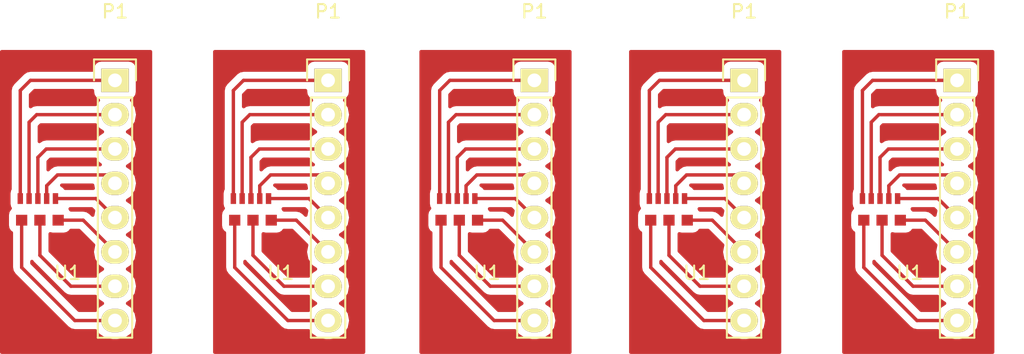
<source format=kicad_pcb>
(kicad_pcb (version 4) (host pcbnew 4.0.5)

  (general
    (links 72)
    (no_connects 32)
    (area 13 171.175 88.783334 197.500001)
    (thickness 1.6)
    (drawings 0)
    (tracks 115)
    (zones 0)
    (modules 10)
    (nets 9)
  )

  (page A4)
  (layers
    (0 F.Cu signal)
    (31 B.Cu signal)
    (32 B.Adhes user)
    (33 F.Adhes user)
    (34 B.Paste user)
    (35 F.Paste user)
    (36 B.SilkS user)
    (37 F.SilkS user)
    (38 B.Mask user)
    (39 F.Mask user)
    (40 Dwgs.User user)
    (41 Cmts.User user)
    (42 Eco1.User user)
    (43 Eco2.User user)
    (44 Edge.Cuts user)
    (45 Margin user)
    (46 B.CrtYd user)
    (47 F.CrtYd user)
    (48 B.Fab user)
    (49 F.Fab user)
  )

  (setup
    (last_trace_width 0.25)
    (trace_clearance 0.2)
    (zone_clearance 0.508)
    (zone_45_only no)
    (trace_min 0.2)
    (segment_width 0.2)
    (edge_width 0.15)
    (via_size 0.6)
    (via_drill 0.4)
    (via_min_size 0.4)
    (via_min_drill 0.3)
    (uvia_size 0.3)
    (uvia_drill 0.1)
    (uvias_allowed no)
    (uvia_min_size 0.2)
    (uvia_min_drill 0.1)
    (pcb_text_width 0.3)
    (pcb_text_size 1.5 1.5)
    (mod_edge_width 0.15)
    (mod_text_size 1 1)
    (mod_text_width 0.15)
    (pad_size 1.524 1.524)
    (pad_drill 0.762)
    (pad_to_mask_clearance 0.2)
    (aux_axis_origin 0 0)
    (visible_elements FFFFFF7F)
    (pcbplotparams
      (layerselection 0x00000_00000001)
      (usegerberextensions false)
      (excludeedgelayer true)
      (linewidth 0.100000)
      (plotframeref false)
      (viasonmask false)
      (mode 1)
      (useauxorigin false)
      (hpglpennumber 1)
      (hpglpenspeed 20)
      (hpglpendiameter 15)
      (hpglpenoverlay 2)
      (psnegative false)
      (psa4output false)
      (plotreference true)
      (plotvalue true)
      (plotinvisibletext false)
      (padsonsilk false)
      (subtractmaskfromsilk false)
      (outputformat 4)
      (mirror true)
      (drillshape 0)
      (scaleselection 1)
      (outputdirectory ""))
  )

  (net 0 "")
  (net 1 "Net-(P1-Pad1)")
  (net 2 "Net-(P1-Pad2)")
  (net 3 "Net-(P1-Pad3)")
  (net 4 "Net-(P1-Pad4)")
  (net 5 "Net-(P1-Pad5)")
  (net 6 "Net-(P1-Pad6)")
  (net 7 "Net-(P1-Pad7)")
  (net 8 "Net-(P1-Pad8)")

  (net_class Default "This is the default net class."
    (clearance 0.2)
    (trace_width 0.25)
    (via_dia 0.6)
    (via_drill 0.4)
    (uvia_dia 0.3)
    (uvia_drill 0.1)
    (add_net "Net-(P1-Pad1)")
    (add_net "Net-(P1-Pad2)")
    (add_net "Net-(P1-Pad3)")
    (add_net "Net-(P1-Pad4)")
    (add_net "Net-(P1-Pad5)")
    (add_net "Net-(P1-Pad6)")
    (add_net "Net-(P1-Pad7)")
    (add_net "Net-(P1-Pad8)")
  )

  (module Pin_Headers:Pin_Header_Straight_1x08 (layer F.Cu) (tedit 0) (tstamp 58AC1742)
    (at 83.75 177.25)
    (descr "Through hole pin header")
    (tags "pin header")
    (path /58AAA376)
    (fp_text reference P1 (at 0 -5.1) (layer F.SilkS)
      (effects (font (size 1 1) (thickness 0.15)))
    )
    (fp_text value CONN_01X08 (at 0 -3.1) (layer F.Fab)
      (effects (font (size 1 1) (thickness 0.15)))
    )
    (fp_line (start -1.75 -1.75) (end -1.75 19.55) (layer F.CrtYd) (width 0.05))
    (fp_line (start 1.75 -1.75) (end 1.75 19.55) (layer F.CrtYd) (width 0.05))
    (fp_line (start -1.75 -1.75) (end 1.75 -1.75) (layer F.CrtYd) (width 0.05))
    (fp_line (start -1.75 19.55) (end 1.75 19.55) (layer F.CrtYd) (width 0.05))
    (fp_line (start 1.27 1.27) (end 1.27 19.05) (layer F.SilkS) (width 0.15))
    (fp_line (start 1.27 19.05) (end -1.27 19.05) (layer F.SilkS) (width 0.15))
    (fp_line (start -1.27 19.05) (end -1.27 1.27) (layer F.SilkS) (width 0.15))
    (fp_line (start 1.55 -1.55) (end 1.55 0) (layer F.SilkS) (width 0.15))
    (fp_line (start 1.27 1.27) (end -1.27 1.27) (layer F.SilkS) (width 0.15))
    (fp_line (start -1.55 0) (end -1.55 -1.55) (layer F.SilkS) (width 0.15))
    (fp_line (start -1.55 -1.55) (end 1.55 -1.55) (layer F.SilkS) (width 0.15))
    (pad 1 thru_hole rect (at 0 0) (size 2.032 1.7272) (drill 1.016) (layers *.Cu *.Mask F.SilkS)
      (net 1 "Net-(P1-Pad1)"))
    (pad 2 thru_hole oval (at 0 2.54) (size 2.032 1.7272) (drill 1.016) (layers *.Cu *.Mask F.SilkS)
      (net 2 "Net-(P1-Pad2)"))
    (pad 3 thru_hole oval (at 0 5.08) (size 2.032 1.7272) (drill 1.016) (layers *.Cu *.Mask F.SilkS)
      (net 3 "Net-(P1-Pad3)"))
    (pad 4 thru_hole oval (at 0 7.62) (size 2.032 1.7272) (drill 1.016) (layers *.Cu *.Mask F.SilkS)
      (net 4 "Net-(P1-Pad4)"))
    (pad 5 thru_hole oval (at 0 10.16) (size 2.032 1.7272) (drill 1.016) (layers *.Cu *.Mask F.SilkS)
      (net 5 "Net-(P1-Pad5)"))
    (pad 6 thru_hole oval (at 0 12.7) (size 2.032 1.7272) (drill 1.016) (layers *.Cu *.Mask F.SilkS)
      (net 6 "Net-(P1-Pad6)"))
    (pad 7 thru_hole oval (at 0 15.24) (size 2.032 1.7272) (drill 1.016) (layers *.Cu *.Mask F.SilkS)
      (net 7 "Net-(P1-Pad7)"))
    (pad 8 thru_hole oval (at 0 17.78) (size 2.032 1.7272) (drill 1.016) (layers *.Cu *.Mask F.SilkS)
      (net 8 "Net-(P1-Pad8)"))
    (model Pin_Headers.3dshapes/Pin_Header_Straight_1x08.wrl
      (at (xyz 0 -0.35 0))
      (scale (xyz 1 1 1))
      (rotate (xyz 0 0 90))
    )
  )

  (module SensorEtch:VCLN3020 (layer F.Cu) (tedit 58AAAAD6) (tstamp 58AC1737)
    (at 80.25 187)
    (path /58AAA32B)
    (fp_text reference U1 (at 0 4.5) (layer F.SilkS)
      (effects (font (size 1 1) (thickness 0.15)))
    )
    (fp_text value VCNL3020 (at 0 -6) (layer F.Fab)
      (effects (font (size 1 1) (thickness 0.15)))
    )
    (pad 3 smd rect (at -0.7 0.6) (size 0.83 0.8) (layers F.Cu F.Paste F.Mask)
      (net 6 "Net-(P1-Pad6)"))
    (pad 2 smd rect (at -2.05 0.6) (size 0.83 0.8) (layers F.Cu F.Paste F.Mask)
      (net 7 "Net-(P1-Pad7)"))
    (pad 4 smd rect (at -0.9 -1) (size 0.4 0.8) (layers F.Cu F.Paste F.Mask)
      (net 5 "Net-(P1-Pad5)"))
    (pad 5 smd rect (at -1.55 -1) (size 0.4 0.8) (layers F.Cu F.Paste F.Mask)
      (net 4 "Net-(P1-Pad4)"))
    (pad 7 smd rect (at -2.85 -1) (size 0.4 0.8) (layers F.Cu F.Paste F.Mask)
      (net 2 "Net-(P1-Pad2)"))
    (pad 6 smd rect (at -2.2 -1) (size 0.4 0.8) (layers F.Cu F.Paste F.Mask)
      (net 3 "Net-(P1-Pad3)"))
    (pad 8 smd rect (at -3.5 -1) (size 0.4 0.8) (layers F.Cu F.Paste F.Mask)
      (net 1 "Net-(P1-Pad1)"))
    (pad 1 smd rect (at -3.4 0.6) (size 0.83 0.8) (layers F.Cu F.Paste F.Mask)
      (net 8 "Net-(P1-Pad8)"))
  )

  (module SensorEtch:VCLN3020 (layer F.Cu) (tedit 58AAAAD6) (tstamp 58AC1714)
    (at 64.5 187)
    (path /58AAA32B)
    (fp_text reference U1 (at 0 4.5) (layer F.SilkS)
      (effects (font (size 1 1) (thickness 0.15)))
    )
    (fp_text value VCNL3020 (at 0 -6) (layer F.Fab)
      (effects (font (size 1 1) (thickness 0.15)))
    )
    (pad 3 smd rect (at -0.7 0.6) (size 0.83 0.8) (layers F.Cu F.Paste F.Mask)
      (net 6 "Net-(P1-Pad6)"))
    (pad 2 smd rect (at -2.05 0.6) (size 0.83 0.8) (layers F.Cu F.Paste F.Mask)
      (net 7 "Net-(P1-Pad7)"))
    (pad 4 smd rect (at -0.9 -1) (size 0.4 0.8) (layers F.Cu F.Paste F.Mask)
      (net 5 "Net-(P1-Pad5)"))
    (pad 5 smd rect (at -1.55 -1) (size 0.4 0.8) (layers F.Cu F.Paste F.Mask)
      (net 4 "Net-(P1-Pad4)"))
    (pad 7 smd rect (at -2.85 -1) (size 0.4 0.8) (layers F.Cu F.Paste F.Mask)
      (net 2 "Net-(P1-Pad2)"))
    (pad 6 smd rect (at -2.2 -1) (size 0.4 0.8) (layers F.Cu F.Paste F.Mask)
      (net 3 "Net-(P1-Pad3)"))
    (pad 8 smd rect (at -3.5 -1) (size 0.4 0.8) (layers F.Cu F.Paste F.Mask)
      (net 1 "Net-(P1-Pad1)"))
    (pad 1 smd rect (at -3.4 0.6) (size 0.83 0.8) (layers F.Cu F.Paste F.Mask)
      (net 8 "Net-(P1-Pad8)"))
  )

  (module Pin_Headers:Pin_Header_Straight_1x08 (layer F.Cu) (tedit 0) (tstamp 58AC16FE)
    (at 68 177.25)
    (descr "Through hole pin header")
    (tags "pin header")
    (path /58AAA376)
    (fp_text reference P1 (at 0 -5.1) (layer F.SilkS)
      (effects (font (size 1 1) (thickness 0.15)))
    )
    (fp_text value CONN_01X08 (at 0 -3.1) (layer F.Fab)
      (effects (font (size 1 1) (thickness 0.15)))
    )
    (fp_line (start -1.75 -1.75) (end -1.75 19.55) (layer F.CrtYd) (width 0.05))
    (fp_line (start 1.75 -1.75) (end 1.75 19.55) (layer F.CrtYd) (width 0.05))
    (fp_line (start -1.75 -1.75) (end 1.75 -1.75) (layer F.CrtYd) (width 0.05))
    (fp_line (start -1.75 19.55) (end 1.75 19.55) (layer F.CrtYd) (width 0.05))
    (fp_line (start 1.27 1.27) (end 1.27 19.05) (layer F.SilkS) (width 0.15))
    (fp_line (start 1.27 19.05) (end -1.27 19.05) (layer F.SilkS) (width 0.15))
    (fp_line (start -1.27 19.05) (end -1.27 1.27) (layer F.SilkS) (width 0.15))
    (fp_line (start 1.55 -1.55) (end 1.55 0) (layer F.SilkS) (width 0.15))
    (fp_line (start 1.27 1.27) (end -1.27 1.27) (layer F.SilkS) (width 0.15))
    (fp_line (start -1.55 0) (end -1.55 -1.55) (layer F.SilkS) (width 0.15))
    (fp_line (start -1.55 -1.55) (end 1.55 -1.55) (layer F.SilkS) (width 0.15))
    (pad 1 thru_hole rect (at 0 0) (size 2.032 1.7272) (drill 1.016) (layers *.Cu *.Mask F.SilkS)
      (net 1 "Net-(P1-Pad1)"))
    (pad 2 thru_hole oval (at 0 2.54) (size 2.032 1.7272) (drill 1.016) (layers *.Cu *.Mask F.SilkS)
      (net 2 "Net-(P1-Pad2)"))
    (pad 3 thru_hole oval (at 0 5.08) (size 2.032 1.7272) (drill 1.016) (layers *.Cu *.Mask F.SilkS)
      (net 3 "Net-(P1-Pad3)"))
    (pad 4 thru_hole oval (at 0 7.62) (size 2.032 1.7272) (drill 1.016) (layers *.Cu *.Mask F.SilkS)
      (net 4 "Net-(P1-Pad4)"))
    (pad 5 thru_hole oval (at 0 10.16) (size 2.032 1.7272) (drill 1.016) (layers *.Cu *.Mask F.SilkS)
      (net 5 "Net-(P1-Pad5)"))
    (pad 6 thru_hole oval (at 0 12.7) (size 2.032 1.7272) (drill 1.016) (layers *.Cu *.Mask F.SilkS)
      (net 6 "Net-(P1-Pad6)"))
    (pad 7 thru_hole oval (at 0 15.24) (size 2.032 1.7272) (drill 1.016) (layers *.Cu *.Mask F.SilkS)
      (net 7 "Net-(P1-Pad7)"))
    (pad 8 thru_hole oval (at 0 17.78) (size 2.032 1.7272) (drill 1.016) (layers *.Cu *.Mask F.SilkS)
      (net 8 "Net-(P1-Pad8)"))
    (model Pin_Headers.3dshapes/Pin_Header_Straight_1x08.wrl
      (at (xyz 0 -0.35 0))
      (scale (xyz 1 1 1))
      (rotate (xyz 0 0 90))
    )
  )

  (module Pin_Headers:Pin_Header_Straight_1x08 (layer F.Cu) (tedit 0) (tstamp 58AC16D0)
    (at 52.5 177.25)
    (descr "Through hole pin header")
    (tags "pin header")
    (path /58AAA376)
    (fp_text reference P1 (at 0 -5.1) (layer F.SilkS)
      (effects (font (size 1 1) (thickness 0.15)))
    )
    (fp_text value CONN_01X08 (at 0 -3.1) (layer F.Fab)
      (effects (font (size 1 1) (thickness 0.15)))
    )
    (fp_line (start -1.75 -1.75) (end -1.75 19.55) (layer F.CrtYd) (width 0.05))
    (fp_line (start 1.75 -1.75) (end 1.75 19.55) (layer F.CrtYd) (width 0.05))
    (fp_line (start -1.75 -1.75) (end 1.75 -1.75) (layer F.CrtYd) (width 0.05))
    (fp_line (start -1.75 19.55) (end 1.75 19.55) (layer F.CrtYd) (width 0.05))
    (fp_line (start 1.27 1.27) (end 1.27 19.05) (layer F.SilkS) (width 0.15))
    (fp_line (start 1.27 19.05) (end -1.27 19.05) (layer F.SilkS) (width 0.15))
    (fp_line (start -1.27 19.05) (end -1.27 1.27) (layer F.SilkS) (width 0.15))
    (fp_line (start 1.55 -1.55) (end 1.55 0) (layer F.SilkS) (width 0.15))
    (fp_line (start 1.27 1.27) (end -1.27 1.27) (layer F.SilkS) (width 0.15))
    (fp_line (start -1.55 0) (end -1.55 -1.55) (layer F.SilkS) (width 0.15))
    (fp_line (start -1.55 -1.55) (end 1.55 -1.55) (layer F.SilkS) (width 0.15))
    (pad 1 thru_hole rect (at 0 0) (size 2.032 1.7272) (drill 1.016) (layers *.Cu *.Mask F.SilkS)
      (net 1 "Net-(P1-Pad1)"))
    (pad 2 thru_hole oval (at 0 2.54) (size 2.032 1.7272) (drill 1.016) (layers *.Cu *.Mask F.SilkS)
      (net 2 "Net-(P1-Pad2)"))
    (pad 3 thru_hole oval (at 0 5.08) (size 2.032 1.7272) (drill 1.016) (layers *.Cu *.Mask F.SilkS)
      (net 3 "Net-(P1-Pad3)"))
    (pad 4 thru_hole oval (at 0 7.62) (size 2.032 1.7272) (drill 1.016) (layers *.Cu *.Mask F.SilkS)
      (net 4 "Net-(P1-Pad4)"))
    (pad 5 thru_hole oval (at 0 10.16) (size 2.032 1.7272) (drill 1.016) (layers *.Cu *.Mask F.SilkS)
      (net 5 "Net-(P1-Pad5)"))
    (pad 6 thru_hole oval (at 0 12.7) (size 2.032 1.7272) (drill 1.016) (layers *.Cu *.Mask F.SilkS)
      (net 6 "Net-(P1-Pad6)"))
    (pad 7 thru_hole oval (at 0 15.24) (size 2.032 1.7272) (drill 1.016) (layers *.Cu *.Mask F.SilkS)
      (net 7 "Net-(P1-Pad7)"))
    (pad 8 thru_hole oval (at 0 17.78) (size 2.032 1.7272) (drill 1.016) (layers *.Cu *.Mask F.SilkS)
      (net 8 "Net-(P1-Pad8)"))
    (model Pin_Headers.3dshapes/Pin_Header_Straight_1x08.wrl
      (at (xyz 0 -0.35 0))
      (scale (xyz 1 1 1))
      (rotate (xyz 0 0 90))
    )
  )

  (module SensorEtch:VCLN3020 (layer F.Cu) (tedit 58AAAAD6) (tstamp 58AC16C5)
    (at 49 187)
    (path /58AAA32B)
    (fp_text reference U1 (at 0 4.5) (layer F.SilkS)
      (effects (font (size 1 1) (thickness 0.15)))
    )
    (fp_text value VCNL3020 (at 0 -6) (layer F.Fab)
      (effects (font (size 1 1) (thickness 0.15)))
    )
    (pad 3 smd rect (at -0.7 0.6) (size 0.83 0.8) (layers F.Cu F.Paste F.Mask)
      (net 6 "Net-(P1-Pad6)"))
    (pad 2 smd rect (at -2.05 0.6) (size 0.83 0.8) (layers F.Cu F.Paste F.Mask)
      (net 7 "Net-(P1-Pad7)"))
    (pad 4 smd rect (at -0.9 -1) (size 0.4 0.8) (layers F.Cu F.Paste F.Mask)
      (net 5 "Net-(P1-Pad5)"))
    (pad 5 smd rect (at -1.55 -1) (size 0.4 0.8) (layers F.Cu F.Paste F.Mask)
      (net 4 "Net-(P1-Pad4)"))
    (pad 7 smd rect (at -2.85 -1) (size 0.4 0.8) (layers F.Cu F.Paste F.Mask)
      (net 2 "Net-(P1-Pad2)"))
    (pad 6 smd rect (at -2.2 -1) (size 0.4 0.8) (layers F.Cu F.Paste F.Mask)
      (net 3 "Net-(P1-Pad3)"))
    (pad 8 smd rect (at -3.5 -1) (size 0.4 0.8) (layers F.Cu F.Paste F.Mask)
      (net 1 "Net-(P1-Pad1)"))
    (pad 1 smd rect (at -3.4 0.6) (size 0.83 0.8) (layers F.Cu F.Paste F.Mask)
      (net 8 "Net-(P1-Pad8)"))
  )

  (module SensorEtch:VCLN3020 (layer F.Cu) (tedit 58AAAAD6) (tstamp 58AC16A2)
    (at 33.75 187)
    (path /58AAA32B)
    (fp_text reference U1 (at 0 4.5) (layer F.SilkS)
      (effects (font (size 1 1) (thickness 0.15)))
    )
    (fp_text value VCNL3020 (at 0 -6) (layer F.Fab)
      (effects (font (size 1 1) (thickness 0.15)))
    )
    (pad 3 smd rect (at -0.7 0.6) (size 0.83 0.8) (layers F.Cu F.Paste F.Mask)
      (net 6 "Net-(P1-Pad6)"))
    (pad 2 smd rect (at -2.05 0.6) (size 0.83 0.8) (layers F.Cu F.Paste F.Mask)
      (net 7 "Net-(P1-Pad7)"))
    (pad 4 smd rect (at -0.9 -1) (size 0.4 0.8) (layers F.Cu F.Paste F.Mask)
      (net 5 "Net-(P1-Pad5)"))
    (pad 5 smd rect (at -1.55 -1) (size 0.4 0.8) (layers F.Cu F.Paste F.Mask)
      (net 4 "Net-(P1-Pad4)"))
    (pad 7 smd rect (at -2.85 -1) (size 0.4 0.8) (layers F.Cu F.Paste F.Mask)
      (net 2 "Net-(P1-Pad2)"))
    (pad 6 smd rect (at -2.2 -1) (size 0.4 0.8) (layers F.Cu F.Paste F.Mask)
      (net 3 "Net-(P1-Pad3)"))
    (pad 8 smd rect (at -3.5 -1) (size 0.4 0.8) (layers F.Cu F.Paste F.Mask)
      (net 1 "Net-(P1-Pad1)"))
    (pad 1 smd rect (at -3.4 0.6) (size 0.83 0.8) (layers F.Cu F.Paste F.Mask)
      (net 8 "Net-(P1-Pad8)"))
  )

  (module Pin_Headers:Pin_Header_Straight_1x08 (layer F.Cu) (tedit 0) (tstamp 58AC168C)
    (at 37.25 177.25)
    (descr "Through hole pin header")
    (tags "pin header")
    (path /58AAA376)
    (fp_text reference P1 (at 0 -5.1) (layer F.SilkS)
      (effects (font (size 1 1) (thickness 0.15)))
    )
    (fp_text value CONN_01X08 (at 0 -3.1) (layer F.Fab)
      (effects (font (size 1 1) (thickness 0.15)))
    )
    (fp_line (start -1.75 -1.75) (end -1.75 19.55) (layer F.CrtYd) (width 0.05))
    (fp_line (start 1.75 -1.75) (end 1.75 19.55) (layer F.CrtYd) (width 0.05))
    (fp_line (start -1.75 -1.75) (end 1.75 -1.75) (layer F.CrtYd) (width 0.05))
    (fp_line (start -1.75 19.55) (end 1.75 19.55) (layer F.CrtYd) (width 0.05))
    (fp_line (start 1.27 1.27) (end 1.27 19.05) (layer F.SilkS) (width 0.15))
    (fp_line (start 1.27 19.05) (end -1.27 19.05) (layer F.SilkS) (width 0.15))
    (fp_line (start -1.27 19.05) (end -1.27 1.27) (layer F.SilkS) (width 0.15))
    (fp_line (start 1.55 -1.55) (end 1.55 0) (layer F.SilkS) (width 0.15))
    (fp_line (start 1.27 1.27) (end -1.27 1.27) (layer F.SilkS) (width 0.15))
    (fp_line (start -1.55 0) (end -1.55 -1.55) (layer F.SilkS) (width 0.15))
    (fp_line (start -1.55 -1.55) (end 1.55 -1.55) (layer F.SilkS) (width 0.15))
    (pad 1 thru_hole rect (at 0 0) (size 2.032 1.7272) (drill 1.016) (layers *.Cu *.Mask F.SilkS)
      (net 1 "Net-(P1-Pad1)"))
    (pad 2 thru_hole oval (at 0 2.54) (size 2.032 1.7272) (drill 1.016) (layers *.Cu *.Mask F.SilkS)
      (net 2 "Net-(P1-Pad2)"))
    (pad 3 thru_hole oval (at 0 5.08) (size 2.032 1.7272) (drill 1.016) (layers *.Cu *.Mask F.SilkS)
      (net 3 "Net-(P1-Pad3)"))
    (pad 4 thru_hole oval (at 0 7.62) (size 2.032 1.7272) (drill 1.016) (layers *.Cu *.Mask F.SilkS)
      (net 4 "Net-(P1-Pad4)"))
    (pad 5 thru_hole oval (at 0 10.16) (size 2.032 1.7272) (drill 1.016) (layers *.Cu *.Mask F.SilkS)
      (net 5 "Net-(P1-Pad5)"))
    (pad 6 thru_hole oval (at 0 12.7) (size 2.032 1.7272) (drill 1.016) (layers *.Cu *.Mask F.SilkS)
      (net 6 "Net-(P1-Pad6)"))
    (pad 7 thru_hole oval (at 0 15.24) (size 2.032 1.7272) (drill 1.016) (layers *.Cu *.Mask F.SilkS)
      (net 7 "Net-(P1-Pad7)"))
    (pad 8 thru_hole oval (at 0 17.78) (size 2.032 1.7272) (drill 1.016) (layers *.Cu *.Mask F.SilkS)
      (net 8 "Net-(P1-Pad8)"))
    (model Pin_Headers.3dshapes/Pin_Header_Straight_1x08.wrl
      (at (xyz 0 -0.35 0))
      (scale (xyz 1 1 1))
      (rotate (xyz 0 0 90))
    )
  )

  (module Pin_Headers:Pin_Header_Straight_1x08 (layer F.Cu) (tedit 0) (tstamp 58AAAB22)
    (at 21.5 177.25)
    (descr "Through hole pin header")
    (tags "pin header")
    (path /58AAA376)
    (fp_text reference P1 (at 0 -5.1) (layer F.SilkS)
      (effects (font (size 1 1) (thickness 0.15)))
    )
    (fp_text value CONN_01X08 (at 0 -3.1) (layer F.Fab)
      (effects (font (size 1 1) (thickness 0.15)))
    )
    (fp_line (start -1.75 -1.75) (end -1.75 19.55) (layer F.CrtYd) (width 0.05))
    (fp_line (start 1.75 -1.75) (end 1.75 19.55) (layer F.CrtYd) (width 0.05))
    (fp_line (start -1.75 -1.75) (end 1.75 -1.75) (layer F.CrtYd) (width 0.05))
    (fp_line (start -1.75 19.55) (end 1.75 19.55) (layer F.CrtYd) (width 0.05))
    (fp_line (start 1.27 1.27) (end 1.27 19.05) (layer F.SilkS) (width 0.15))
    (fp_line (start 1.27 19.05) (end -1.27 19.05) (layer F.SilkS) (width 0.15))
    (fp_line (start -1.27 19.05) (end -1.27 1.27) (layer F.SilkS) (width 0.15))
    (fp_line (start 1.55 -1.55) (end 1.55 0) (layer F.SilkS) (width 0.15))
    (fp_line (start 1.27 1.27) (end -1.27 1.27) (layer F.SilkS) (width 0.15))
    (fp_line (start -1.55 0) (end -1.55 -1.55) (layer F.SilkS) (width 0.15))
    (fp_line (start -1.55 -1.55) (end 1.55 -1.55) (layer F.SilkS) (width 0.15))
    (pad 1 thru_hole rect (at 0 0) (size 2.032 1.7272) (drill 1.016) (layers *.Cu *.Mask F.SilkS)
      (net 1 "Net-(P1-Pad1)"))
    (pad 2 thru_hole oval (at 0 2.54) (size 2.032 1.7272) (drill 1.016) (layers *.Cu *.Mask F.SilkS)
      (net 2 "Net-(P1-Pad2)"))
    (pad 3 thru_hole oval (at 0 5.08) (size 2.032 1.7272) (drill 1.016) (layers *.Cu *.Mask F.SilkS)
      (net 3 "Net-(P1-Pad3)"))
    (pad 4 thru_hole oval (at 0 7.62) (size 2.032 1.7272) (drill 1.016) (layers *.Cu *.Mask F.SilkS)
      (net 4 "Net-(P1-Pad4)"))
    (pad 5 thru_hole oval (at 0 10.16) (size 2.032 1.7272) (drill 1.016) (layers *.Cu *.Mask F.SilkS)
      (net 5 "Net-(P1-Pad5)"))
    (pad 6 thru_hole oval (at 0 12.7) (size 2.032 1.7272) (drill 1.016) (layers *.Cu *.Mask F.SilkS)
      (net 6 "Net-(P1-Pad6)"))
    (pad 7 thru_hole oval (at 0 15.24) (size 2.032 1.7272) (drill 1.016) (layers *.Cu *.Mask F.SilkS)
      (net 7 "Net-(P1-Pad7)"))
    (pad 8 thru_hole oval (at 0 17.78) (size 2.032 1.7272) (drill 1.016) (layers *.Cu *.Mask F.SilkS)
      (net 8 "Net-(P1-Pad8)"))
    (model Pin_Headers.3dshapes/Pin_Header_Straight_1x08.wrl
      (at (xyz 0 -0.35 0))
      (scale (xyz 1 1 1))
      (rotate (xyz 0 0 90))
    )
  )

  (module SensorEtch:VCLN3020 (layer F.Cu) (tedit 58AAAAD6) (tstamp 58AAAB2E)
    (at 18 187)
    (path /58AAA32B)
    (fp_text reference U1 (at 0 4.5) (layer F.SilkS)
      (effects (font (size 1 1) (thickness 0.15)))
    )
    (fp_text value VCNL3020 (at 0 -6) (layer F.Fab)
      (effects (font (size 1 1) (thickness 0.15)))
    )
    (pad 3 smd rect (at -0.7 0.6) (size 0.83 0.8) (layers F.Cu F.Paste F.Mask)
      (net 6 "Net-(P1-Pad6)"))
    (pad 2 smd rect (at -2.05 0.6) (size 0.83 0.8) (layers F.Cu F.Paste F.Mask)
      (net 7 "Net-(P1-Pad7)"))
    (pad 4 smd rect (at -0.9 -1) (size 0.4 0.8) (layers F.Cu F.Paste F.Mask)
      (net 5 "Net-(P1-Pad5)"))
    (pad 5 smd rect (at -1.55 -1) (size 0.4 0.8) (layers F.Cu F.Paste F.Mask)
      (net 4 "Net-(P1-Pad4)"))
    (pad 7 smd rect (at -2.85 -1) (size 0.4 0.8) (layers F.Cu F.Paste F.Mask)
      (net 2 "Net-(P1-Pad2)"))
    (pad 6 smd rect (at -2.2 -1) (size 0.4 0.8) (layers F.Cu F.Paste F.Mask)
      (net 3 "Net-(P1-Pad3)"))
    (pad 8 smd rect (at -3.5 -1) (size 0.4 0.8) (layers F.Cu F.Paste F.Mask)
      (net 1 "Net-(P1-Pad1)"))
    (pad 1 smd rect (at -3.4 0.6) (size 0.83 0.8) (layers F.Cu F.Paste F.Mask)
      (net 8 "Net-(P1-Pad8)"))
  )

  (segment (start 76.75 186) (end 76.75 178) (width 0.25) (layer F.Cu) (net 1) (tstamp 58AC175A))
  (segment (start 77.5 177.25) (end 83.75 177.25) (width 0.25) (layer F.Cu) (net 1) (tstamp 58AC1759))
  (segment (start 76.75 178) (end 77.5 177.25) (width 0.25) (layer F.Cu) (net 1) (tstamp 58AC1758))
  (segment (start 61 178) (end 61.75 177.25) (width 0.25) (layer F.Cu) (net 1) (tstamp 58AC1721))
  (segment (start 61.75 177.25) (end 68 177.25) (width 0.25) (layer F.Cu) (net 1) (tstamp 58AC1720))
  (segment (start 61 186) (end 61 178) (width 0.25) (layer F.Cu) (net 1) (tstamp 58AC171F))
  (segment (start 45.5 186) (end 45.5 178) (width 0.25) (layer F.Cu) (net 1) (tstamp 58AC16E8))
  (segment (start 46.25 177.25) (end 52.5 177.25) (width 0.25) (layer F.Cu) (net 1) (tstamp 58AC16E7))
  (segment (start 45.5 178) (end 46.25 177.25) (width 0.25) (layer F.Cu) (net 1) (tstamp 58AC16E6))
  (segment (start 30.25 178) (end 31 177.25) (width 0.25) (layer F.Cu) (net 1) (tstamp 58AC16AF))
  (segment (start 31 177.25) (end 37.25 177.25) (width 0.25) (layer F.Cu) (net 1) (tstamp 58AC16AE))
  (segment (start 30.25 186) (end 30.25 178) (width 0.25) (layer F.Cu) (net 1) (tstamp 58AC16AD))
  (segment (start 14.5 186) (end 14.5 178) (width 0.25) (layer F.Cu) (net 1))
  (segment (start 15.25 177.25) (end 21.5 177.25) (width 0.25) (layer F.Cu) (net 1) (tstamp 58AC0955))
  (segment (start 14.5 178) (end 15.25 177.25) (width 0.25) (layer F.Cu) (net 1) (tstamp 58AC0954))
  (segment (start 77.4 186) (end 77.4 180.35) (width 0.25) (layer F.Cu) (net 2) (tstamp 58AC175D))
  (segment (start 77.96 179.79) (end 83.75 179.79) (width 0.25) (layer F.Cu) (net 2) (tstamp 58AC175C))
  (segment (start 77.4 180.35) (end 77.96 179.79) (width 0.25) (layer F.Cu) (net 2) (tstamp 58AC175B))
  (segment (start 61.65 180.35) (end 62.21 179.79) (width 0.25) (layer F.Cu) (net 2) (tstamp 58AC1724))
  (segment (start 62.21 179.79) (end 68 179.79) (width 0.25) (layer F.Cu) (net 2) (tstamp 58AC1723))
  (segment (start 61.65 186) (end 61.65 180.35) (width 0.25) (layer F.Cu) (net 2) (tstamp 58AC1722))
  (segment (start 46.15 186) (end 46.15 180.35) (width 0.25) (layer F.Cu) (net 2) (tstamp 58AC16EB))
  (segment (start 46.71 179.79) (end 52.5 179.79) (width 0.25) (layer F.Cu) (net 2) (tstamp 58AC16EA))
  (segment (start 46.15 180.35) (end 46.71 179.79) (width 0.25) (layer F.Cu) (net 2) (tstamp 58AC16E9))
  (segment (start 30.9 180.35) (end 31.46 179.79) (width 0.25) (layer F.Cu) (net 2) (tstamp 58AC16B2))
  (segment (start 31.46 179.79) (end 37.25 179.79) (width 0.25) (layer F.Cu) (net 2) (tstamp 58AC16B1))
  (segment (start 30.9 186) (end 30.9 180.35) (width 0.25) (layer F.Cu) (net 2) (tstamp 58AC16B0))
  (segment (start 15.15 186) (end 15.15 180.35) (width 0.25) (layer F.Cu) (net 2))
  (segment (start 15.71 179.79) (end 21.5 179.79) (width 0.25) (layer F.Cu) (net 2) (tstamp 58AC0959))
  (segment (start 15.15 180.35) (end 15.71 179.79) (width 0.25) (layer F.Cu) (net 2) (tstamp 58AC0958))
  (segment (start 78.05 186) (end 78.05 182.95) (width 0.25) (layer F.Cu) (net 3) (tstamp 58AC1760))
  (segment (start 78.67 182.33) (end 83.75 182.33) (width 0.25) (layer F.Cu) (net 3) (tstamp 58AC175F))
  (segment (start 78.05 182.95) (end 78.67 182.33) (width 0.25) (layer F.Cu) (net 3) (tstamp 58AC175E))
  (segment (start 62.3 182.95) (end 62.92 182.33) (width 0.25) (layer F.Cu) (net 3) (tstamp 58AC1727))
  (segment (start 62.92 182.33) (end 68 182.33) (width 0.25) (layer F.Cu) (net 3) (tstamp 58AC1726))
  (segment (start 62.3 186) (end 62.3 182.95) (width 0.25) (layer F.Cu) (net 3) (tstamp 58AC1725))
  (segment (start 46.8 186) (end 46.8 182.95) (width 0.25) (layer F.Cu) (net 3) (tstamp 58AC16EE))
  (segment (start 47.42 182.33) (end 52.5 182.33) (width 0.25) (layer F.Cu) (net 3) (tstamp 58AC16ED))
  (segment (start 46.8 182.95) (end 47.42 182.33) (width 0.25) (layer F.Cu) (net 3) (tstamp 58AC16EC))
  (segment (start 31.55 182.95) (end 32.17 182.33) (width 0.25) (layer F.Cu) (net 3) (tstamp 58AC16B5))
  (segment (start 32.17 182.33) (end 37.25 182.33) (width 0.25) (layer F.Cu) (net 3) (tstamp 58AC16B4))
  (segment (start 31.55 186) (end 31.55 182.95) (width 0.25) (layer F.Cu) (net 3) (tstamp 58AC16B3))
  (segment (start 15.8 186) (end 15.8 182.95) (width 0.25) (layer F.Cu) (net 3))
  (segment (start 16.42 182.33) (end 21.5 182.33) (width 0.25) (layer F.Cu) (net 3) (tstamp 58AC095D))
  (segment (start 15.8 182.95) (end 16.42 182.33) (width 0.25) (layer F.Cu) (net 3) (tstamp 58AC095C))
  (segment (start 78.7 186) (end 78.7 185.05) (width 0.25) (layer F.Cu) (net 4) (tstamp 58AC1764))
  (segment (start 79.5 184.25) (end 83.13 184.25) (width 0.25) (layer F.Cu) (net 4) (tstamp 58AC1763))
  (segment (start 78.7 185.05) (end 79.5 184.25) (width 0.25) (layer F.Cu) (net 4) (tstamp 58AC1762))
  (segment (start 83.13 184.25) (end 83.75 184.87) (width 0.25) (layer F.Cu) (net 4) (tstamp 58AC1761))
  (segment (start 67.38 184.25) (end 68 184.87) (width 0.25) (layer F.Cu) (net 4) (tstamp 58AC172B))
  (segment (start 62.95 185.05) (end 63.75 184.25) (width 0.25) (layer F.Cu) (net 4) (tstamp 58AC172A))
  (segment (start 63.75 184.25) (end 67.38 184.25) (width 0.25) (layer F.Cu) (net 4) (tstamp 58AC1729))
  (segment (start 62.95 186) (end 62.95 185.05) (width 0.25) (layer F.Cu) (net 4) (tstamp 58AC1728))
  (segment (start 47.45 186) (end 47.45 185.05) (width 0.25) (layer F.Cu) (net 4) (tstamp 58AC16F2))
  (segment (start 48.25 184.25) (end 51.88 184.25) (width 0.25) (layer F.Cu) (net 4) (tstamp 58AC16F1))
  (segment (start 47.45 185.05) (end 48.25 184.25) (width 0.25) (layer F.Cu) (net 4) (tstamp 58AC16F0))
  (segment (start 51.88 184.25) (end 52.5 184.87) (width 0.25) (layer F.Cu) (net 4) (tstamp 58AC16EF))
  (segment (start 36.63 184.25) (end 37.25 184.87) (width 0.25) (layer F.Cu) (net 4) (tstamp 58AC16B9))
  (segment (start 32.2 185.05) (end 33 184.25) (width 0.25) (layer F.Cu) (net 4) (tstamp 58AC16B8))
  (segment (start 33 184.25) (end 36.63 184.25) (width 0.25) (layer F.Cu) (net 4) (tstamp 58AC16B7))
  (segment (start 32.2 186) (end 32.2 185.05) (width 0.25) (layer F.Cu) (net 4) (tstamp 58AC16B6))
  (segment (start 16.45 186) (end 16.45 185.05) (width 0.25) (layer F.Cu) (net 4))
  (segment (start 17.25 184.25) (end 20.88 184.25) (width 0.25) (layer F.Cu) (net 4) (tstamp 58AC0961))
  (segment (start 16.45 185.05) (end 17.25 184.25) (width 0.25) (layer F.Cu) (net 4) (tstamp 58AC0960))
  (segment (start 20.88 184.25) (end 21.5 184.87) (width 0.25) (layer F.Cu) (net 4) (tstamp 58AC0962))
  (segment (start 79.35 186) (end 82.34 186) (width 0.25) (layer F.Cu) (net 5) (tstamp 58AC1766))
  (segment (start 82.34 186) (end 83.75 187.41) (width 0.25) (layer F.Cu) (net 5) (tstamp 58AC1765))
  (segment (start 66.59 186) (end 68 187.41) (width 0.25) (layer F.Cu) (net 5) (tstamp 58AC172D))
  (segment (start 63.6 186) (end 66.59 186) (width 0.25) (layer F.Cu) (net 5) (tstamp 58AC172C))
  (segment (start 48.1 186) (end 51.09 186) (width 0.25) (layer F.Cu) (net 5) (tstamp 58AC16F4))
  (segment (start 51.09 186) (end 52.5 187.41) (width 0.25) (layer F.Cu) (net 5) (tstamp 58AC16F3))
  (segment (start 35.84 186) (end 37.25 187.41) (width 0.25) (layer F.Cu) (net 5) (tstamp 58AC16BB))
  (segment (start 32.85 186) (end 35.84 186) (width 0.25) (layer F.Cu) (net 5) (tstamp 58AC16BA))
  (segment (start 17.1 186) (end 20.09 186) (width 0.25) (layer F.Cu) (net 5))
  (segment (start 20.09 186) (end 21.5 187.41) (width 0.25) (layer F.Cu) (net 5) (tstamp 58AC0965))
  (segment (start 79.55 187.6) (end 81.4 187.6) (width 0.25) (layer F.Cu) (net 6) (tstamp 58AC1768))
  (segment (start 81.4 187.6) (end 83.75 189.95) (width 0.25) (layer F.Cu) (net 6) (tstamp 58AC1767))
  (segment (start 65.65 187.6) (end 68 189.95) (width 0.25) (layer F.Cu) (net 6) (tstamp 58AC172F))
  (segment (start 63.8 187.6) (end 65.65 187.6) (width 0.25) (layer F.Cu) (net 6) (tstamp 58AC172E))
  (segment (start 48.3 187.6) (end 50.15 187.6) (width 0.25) (layer F.Cu) (net 6) (tstamp 58AC16F6))
  (segment (start 50.15 187.6) (end 52.5 189.95) (width 0.25) (layer F.Cu) (net 6) (tstamp 58AC16F5))
  (segment (start 34.9 187.6) (end 37.25 189.95) (width 0.25) (layer F.Cu) (net 6) (tstamp 58AC16BD))
  (segment (start 33.05 187.6) (end 34.9 187.6) (width 0.25) (layer F.Cu) (net 6) (tstamp 58AC16BC))
  (segment (start 17.3 187.6) (end 19.15 187.6) (width 0.25) (layer F.Cu) (net 6))
  (segment (start 19.15 187.6) (end 21.5 189.95) (width 0.25) (layer F.Cu) (net 6) (tstamp 58AC0969))
  (segment (start 78.2 187.6) (end 78.2 190.2) (width 0.25) (layer F.Cu) (net 7) (tstamp 58AC176B))
  (segment (start 80.49 192.49) (end 83.75 192.49) (width 0.25) (layer F.Cu) (net 7) (tstamp 58AC176A))
  (segment (start 78.2 190.2) (end 80.49 192.49) (width 0.25) (layer F.Cu) (net 7) (tstamp 58AC1769))
  (segment (start 62.45 190.2) (end 64.74 192.49) (width 0.25) (layer F.Cu) (net 7) (tstamp 58AC1732))
  (segment (start 64.74 192.49) (end 68 192.49) (width 0.25) (layer F.Cu) (net 7) (tstamp 58AC1731))
  (segment (start 62.45 187.6) (end 62.45 190.2) (width 0.25) (layer F.Cu) (net 7) (tstamp 58AC1730))
  (segment (start 46.95 187.6) (end 46.95 190.2) (width 0.25) (layer F.Cu) (net 7) (tstamp 58AC16F9))
  (segment (start 49.24 192.49) (end 52.5 192.49) (width 0.25) (layer F.Cu) (net 7) (tstamp 58AC16F8))
  (segment (start 46.95 190.2) (end 49.24 192.49) (width 0.25) (layer F.Cu) (net 7) (tstamp 58AC16F7))
  (segment (start 31.7 190.2) (end 33.99 192.49) (width 0.25) (layer F.Cu) (net 7) (tstamp 58AC16C0))
  (segment (start 33.99 192.49) (end 37.25 192.49) (width 0.25) (layer F.Cu) (net 7) (tstamp 58AC16BF))
  (segment (start 31.7 187.6) (end 31.7 190.2) (width 0.25) (layer F.Cu) (net 7) (tstamp 58AC16BE))
  (segment (start 15.95 187.6) (end 15.95 190.2) (width 0.25) (layer F.Cu) (net 7))
  (segment (start 18.24 192.49) (end 21.5 192.49) (width 0.25) (layer F.Cu) (net 7) (tstamp 58AC096F))
  (segment (start 15.95 190.2) (end 18.24 192.49) (width 0.25) (layer F.Cu) (net 7) (tstamp 58AC096D))
  (segment (start 76.85 187.6) (end 76.85 191.1) (width 0.25) (layer F.Cu) (net 8) (tstamp 58AC176E))
  (segment (start 80.78 195.03) (end 83.75 195.03) (width 0.25) (layer F.Cu) (net 8) (tstamp 58AC176D))
  (segment (start 76.85 191.1) (end 80.78 195.03) (width 0.25) (layer F.Cu) (net 8) (tstamp 58AC176C))
  (segment (start 61.1 191.1) (end 65.03 195.03) (width 0.25) (layer F.Cu) (net 8) (tstamp 58AC1735))
  (segment (start 65.03 195.03) (end 68 195.03) (width 0.25) (layer F.Cu) (net 8) (tstamp 58AC1734))
  (segment (start 61.1 187.6) (end 61.1 191.1) (width 0.25) (layer F.Cu) (net 8) (tstamp 58AC1733))
  (segment (start 45.6 187.6) (end 45.6 191.1) (width 0.25) (layer F.Cu) (net 8) (tstamp 58AC16FC))
  (segment (start 49.53 195.03) (end 52.5 195.03) (width 0.25) (layer F.Cu) (net 8) (tstamp 58AC16FB))
  (segment (start 45.6 191.1) (end 49.53 195.03) (width 0.25) (layer F.Cu) (net 8) (tstamp 58AC16FA))
  (segment (start 30.35 191.1) (end 34.28 195.03) (width 0.25) (layer F.Cu) (net 8) (tstamp 58AC16C3))
  (segment (start 34.28 195.03) (end 37.25 195.03) (width 0.25) (layer F.Cu) (net 8) (tstamp 58AC16C2))
  (segment (start 30.35 187.6) (end 30.35 191.1) (width 0.25) (layer F.Cu) (net 8) (tstamp 58AC16C1))
  (segment (start 14.6 187.6) (end 14.6 191.1) (width 0.25) (layer F.Cu) (net 8))
  (segment (start 18.53 195.03) (end 21.5 195.03) (width 0.25) (layer F.Cu) (net 8) (tstamp 58AC0975))
  (segment (start 14.6 191.1) (end 18.53 195.03) (width 0.25) (layer F.Cu) (net 8) (tstamp 58AC0973))

  (zone (net 0) (net_name "") (layer F.Cu) (tstamp 58AC0B10) (hatch edge 0.508)
    (connect_pads (clearance 0.508))
    (min_thickness 0.254)
    (fill yes (arc_segments 16) (thermal_gap 0.508) (thermal_bridge_width 0.508))
    (polygon
      (pts
        (xy 24.25 197.5) (xy 13 197.5) (xy 13 175) (xy 24.25 175)
      )
    )
    (filled_polygon
      (pts
        (xy 24.123 197.373) (xy 13.127 197.373) (xy 13.127 187.2) (xy 13.53756 187.2) (xy 13.53756 188)
        (xy 13.581838 188.235317) (xy 13.72091 188.451441) (xy 13.84 188.532812) (xy 13.84 191.1) (xy 13.897852 191.390839)
        (xy 14.062599 191.637401) (xy 17.992599 195.567401) (xy 18.23916 195.732148) (xy 18.53 195.79) (xy 20.055352 195.79)
        (xy 20.255585 196.08967) (xy 20.741766 196.414526) (xy 21.315255 196.5286) (xy 21.684745 196.5286) (xy 22.258234 196.414526)
        (xy 22.744415 196.08967) (xy 23.069271 195.603489) (xy 23.183345 195.03) (xy 23.069271 194.456511) (xy 22.744415 193.97033)
        (xy 22.429634 193.76) (xy 22.744415 193.54967) (xy 23.069271 193.063489) (xy 23.183345 192.49) (xy 23.069271 191.916511)
        (xy 22.744415 191.43033) (xy 22.429634 191.22) (xy 22.744415 191.00967) (xy 23.069271 190.523489) (xy 23.183345 189.95)
        (xy 23.069271 189.376511) (xy 22.744415 188.89033) (xy 22.429634 188.68) (xy 22.744415 188.46967) (xy 23.069271 187.983489)
        (xy 23.183345 187.41) (xy 23.069271 186.836511) (xy 22.744415 186.35033) (xy 22.429634 186.14) (xy 22.744415 185.92967)
        (xy 23.069271 185.443489) (xy 23.183345 184.87) (xy 23.069271 184.296511) (xy 22.744415 183.81033) (xy 22.429634 183.6)
        (xy 22.744415 183.38967) (xy 23.069271 182.903489) (xy 23.183345 182.33) (xy 23.069271 181.756511) (xy 22.744415 181.27033)
        (xy 22.429634 181.06) (xy 22.744415 180.84967) (xy 23.069271 180.363489) (xy 23.183345 179.79) (xy 23.069271 179.216511)
        (xy 22.744415 178.73033) (xy 22.730087 178.720757) (xy 22.751317 178.716762) (xy 22.967441 178.57769) (xy 23.112431 178.36549)
        (xy 23.16344 178.1136) (xy 23.16344 176.3864) (xy 23.119162 176.151083) (xy 22.98009 175.934959) (xy 22.76789 175.789969)
        (xy 22.516 175.73896) (xy 20.484 175.73896) (xy 20.248683 175.783238) (xy 20.032559 175.92231) (xy 19.887569 176.13451)
        (xy 19.83656 176.3864) (xy 19.83656 176.49) (xy 15.25 176.49) (xy 14.95916 176.547852) (xy 14.712599 176.712599)
        (xy 13.962599 177.462599) (xy 13.797852 177.709161) (xy 13.74 178) (xy 13.74 185.294791) (xy 13.703569 185.34811)
        (xy 13.65256 185.6) (xy 13.65256 186.4) (xy 13.696838 186.635317) (xy 13.753366 186.723164) (xy 13.733559 186.73591)
        (xy 13.588569 186.94811) (xy 13.53756 187.2) (xy 13.127 187.2) (xy 13.127 175.127) (xy 24.123 175.127)
      )
    )
    (filled_polygon
      (pts
        (xy 15.412599 190.737401) (xy 17.702599 193.027401) (xy 17.949161 193.192148) (xy 18.24 193.25) (xy 20.055352 193.25)
        (xy 20.255585 193.54967) (xy 20.570366 193.76) (xy 20.255585 193.97033) (xy 20.055352 194.27) (xy 18.844802 194.27)
        (xy 15.36 190.785198) (xy 15.36 190.658681)
      )
    )
    (filled_polygon
      (pts
        (xy 19.917619 189.442421) (xy 19.816655 189.95) (xy 19.930729 190.523489) (xy 20.255585 191.00967) (xy 20.570366 191.22)
        (xy 20.255585 191.43033) (xy 20.055352 191.73) (xy 18.554802 191.73) (xy 16.71 189.885198) (xy 16.71 188.612002)
        (xy 16.885 188.64744) (xy 17.715 188.64744) (xy 17.950317 188.603162) (xy 18.166441 188.46409) (xy 18.237563 188.36)
        (xy 18.835198 188.36)
      )
    )
    (filled_polygon
      (pts
        (xy 19.917619 186.902421) (xy 19.852848 187.228046) (xy 19.687401 187.062599) (xy 19.440839 186.897852) (xy 19.15 186.84)
        (xy 18.237931 186.84) (xy 18.186452 186.76) (xy 19.775198 186.76)
      )
    )
    (filled_polygon
      (pts
        (xy 19.890253 185.24) (xy 17.822931 185.24) (xy 17.76409 185.148559) (xy 17.563381 185.011421) (xy 17.564802 185.01)
        (xy 19.844503 185.01)
      )
    )
    (filled_polygon
      (pts
        (xy 20.255585 183.38967) (xy 20.405739 183.49) (xy 17.25 183.49) (xy 16.959161 183.547852) (xy 16.712599 183.712599)
        (xy 16.56 183.865198) (xy 16.56 183.264802) (xy 16.734802 183.09) (xy 20.055352 183.09)
      )
    )
    (filled_polygon
      (pts
        (xy 20.255585 180.84967) (xy 20.570366 181.06) (xy 20.255585 181.27033) (xy 20.055352 181.57) (xy 16.42 181.57)
        (xy 16.177414 181.618254) (xy 16.12916 181.627852) (xy 15.91 181.77429) (xy 15.91 180.664802) (xy 16.024802 180.55)
        (xy 20.055352 180.55)
      )
    )
    (filled_polygon
      (pts
        (xy 19.83656 178.1136) (xy 19.880838 178.348917) (xy 20.01991 178.565041) (xy 20.23211 178.710031) (xy 20.273439 178.7184)
        (xy 20.255585 178.73033) (xy 20.055352 179.03) (xy 15.71 179.03) (xy 15.419161 179.087852) (xy 15.26 179.1942)
        (xy 15.26 178.314802) (xy 15.564802 178.01) (xy 19.83656 178.01)
      )
    )
  )
  (zone (net 0) (net_name "") (layer F.Cu) (tstamp 58AC16C4) (hatch edge 0.508)
    (connect_pads (clearance 0.508))
    (min_thickness 0.254)
    (fill yes (arc_segments 16) (thermal_gap 0.508) (thermal_bridge_width 0.508))
    (polygon
      (pts
        (xy 40 197.5) (xy 28.75 197.5) (xy 28.75 175) (xy 40 175)
      )
    )
    (filled_polygon
      (pts
        (xy 39.873 197.373) (xy 28.877 197.373) (xy 28.877 187.2) (xy 29.28756 187.2) (xy 29.28756 188)
        (xy 29.331838 188.235317) (xy 29.47091 188.451441) (xy 29.59 188.532812) (xy 29.59 191.1) (xy 29.647852 191.390839)
        (xy 29.812599 191.637401) (xy 33.742599 195.567401) (xy 33.98916 195.732148) (xy 34.28 195.79) (xy 35.805352 195.79)
        (xy 36.005585 196.08967) (xy 36.491766 196.414526) (xy 37.065255 196.5286) (xy 37.434745 196.5286) (xy 38.008234 196.414526)
        (xy 38.494415 196.08967) (xy 38.819271 195.603489) (xy 38.933345 195.03) (xy 38.819271 194.456511) (xy 38.494415 193.97033)
        (xy 38.179634 193.76) (xy 38.494415 193.54967) (xy 38.819271 193.063489) (xy 38.933345 192.49) (xy 38.819271 191.916511)
        (xy 38.494415 191.43033) (xy 38.179634 191.22) (xy 38.494415 191.00967) (xy 38.819271 190.523489) (xy 38.933345 189.95)
        (xy 38.819271 189.376511) (xy 38.494415 188.89033) (xy 38.179634 188.68) (xy 38.494415 188.46967) (xy 38.819271 187.983489)
        (xy 38.933345 187.41) (xy 38.819271 186.836511) (xy 38.494415 186.35033) (xy 38.179634 186.14) (xy 38.494415 185.92967)
        (xy 38.819271 185.443489) (xy 38.933345 184.87) (xy 38.819271 184.296511) (xy 38.494415 183.81033) (xy 38.179634 183.6)
        (xy 38.494415 183.38967) (xy 38.819271 182.903489) (xy 38.933345 182.33) (xy 38.819271 181.756511) (xy 38.494415 181.27033)
        (xy 38.179634 181.06) (xy 38.494415 180.84967) (xy 38.819271 180.363489) (xy 38.933345 179.79) (xy 38.819271 179.216511)
        (xy 38.494415 178.73033) (xy 38.480087 178.720757) (xy 38.501317 178.716762) (xy 38.717441 178.57769) (xy 38.862431 178.36549)
        (xy 38.91344 178.1136) (xy 38.91344 176.3864) (xy 38.869162 176.151083) (xy 38.73009 175.934959) (xy 38.51789 175.789969)
        (xy 38.266 175.73896) (xy 36.234 175.73896) (xy 35.998683 175.783238) (xy 35.782559 175.92231) (xy 35.637569 176.13451)
        (xy 35.58656 176.3864) (xy 35.58656 176.49) (xy 31 176.49) (xy 30.70916 176.547852) (xy 30.462599 176.712599)
        (xy 29.712599 177.462599) (xy 29.547852 177.709161) (xy 29.49 178) (xy 29.49 185.294791) (xy 29.453569 185.34811)
        (xy 29.40256 185.6) (xy 29.40256 186.4) (xy 29.446838 186.635317) (xy 29.503366 186.723164) (xy 29.483559 186.73591)
        (xy 29.338569 186.94811) (xy 29.28756 187.2) (xy 28.877 187.2) (xy 28.877 175.127) (xy 39.873 175.127)
      )
    )
    (filled_polygon
      (pts
        (xy 31.162599 190.737401) (xy 33.452599 193.027401) (xy 33.699161 193.192148) (xy 33.99 193.25) (xy 35.805352 193.25)
        (xy 36.005585 193.54967) (xy 36.320366 193.76) (xy 36.005585 193.97033) (xy 35.805352 194.27) (xy 34.594802 194.27)
        (xy 31.11 190.785198) (xy 31.11 190.658681)
      )
    )
    (filled_polygon
      (pts
        (xy 35.667619 189.442421) (xy 35.566655 189.95) (xy 35.680729 190.523489) (xy 36.005585 191.00967) (xy 36.320366 191.22)
        (xy 36.005585 191.43033) (xy 35.805352 191.73) (xy 34.304802 191.73) (xy 32.46 189.885198) (xy 32.46 188.612002)
        (xy 32.635 188.64744) (xy 33.465 188.64744) (xy 33.700317 188.603162) (xy 33.916441 188.46409) (xy 33.987563 188.36)
        (xy 34.585198 188.36)
      )
    )
    (filled_polygon
      (pts
        (xy 35.667619 186.902421) (xy 35.602848 187.228046) (xy 35.437401 187.062599) (xy 35.190839 186.897852) (xy 34.9 186.84)
        (xy 33.987931 186.84) (xy 33.936452 186.76) (xy 35.525198 186.76)
      )
    )
    (filled_polygon
      (pts
        (xy 35.640253 185.24) (xy 33.572931 185.24) (xy 33.51409 185.148559) (xy 33.313381 185.011421) (xy 33.314802 185.01)
        (xy 35.594503 185.01)
      )
    )
    (filled_polygon
      (pts
        (xy 36.005585 183.38967) (xy 36.155739 183.49) (xy 33 183.49) (xy 32.709161 183.547852) (xy 32.462599 183.712599)
        (xy 32.31 183.865198) (xy 32.31 183.264802) (xy 32.484802 183.09) (xy 35.805352 183.09)
      )
    )
    (filled_polygon
      (pts
        (xy 36.005585 180.84967) (xy 36.320366 181.06) (xy 36.005585 181.27033) (xy 35.805352 181.57) (xy 32.17 181.57)
        (xy 31.927414 181.618254) (xy 31.87916 181.627852) (xy 31.66 181.77429) (xy 31.66 180.664802) (xy 31.774802 180.55)
        (xy 35.805352 180.55)
      )
    )
    (filled_polygon
      (pts
        (xy 35.58656 178.1136) (xy 35.630838 178.348917) (xy 35.76991 178.565041) (xy 35.98211 178.710031) (xy 36.023439 178.7184)
        (xy 36.005585 178.73033) (xy 35.805352 179.03) (xy 31.46 179.03) (xy 31.169161 179.087852) (xy 31.01 179.1942)
        (xy 31.01 178.314802) (xy 31.314802 178.01) (xy 35.58656 178.01)
      )
    )
  )
  (zone (net 0) (net_name "") (layer F.Cu) (tstamp 58AC16FD) (hatch edge 0.508)
    (connect_pads (clearance 0.508))
    (min_thickness 0.254)
    (fill yes (arc_segments 16) (thermal_gap 0.508) (thermal_bridge_width 0.508))
    (polygon
      (pts
        (xy 55.25 197.5) (xy 44 197.5) (xy 44 175) (xy 55.25 175)
      )
    )
    (filled_polygon
      (pts
        (xy 55.123 197.373) (xy 44.127 197.373) (xy 44.127 187.2) (xy 44.53756 187.2) (xy 44.53756 188)
        (xy 44.581838 188.235317) (xy 44.72091 188.451441) (xy 44.84 188.532812) (xy 44.84 191.1) (xy 44.897852 191.390839)
        (xy 45.062599 191.637401) (xy 48.992599 195.567401) (xy 49.23916 195.732148) (xy 49.53 195.79) (xy 51.055352 195.79)
        (xy 51.255585 196.08967) (xy 51.741766 196.414526) (xy 52.315255 196.5286) (xy 52.684745 196.5286) (xy 53.258234 196.414526)
        (xy 53.744415 196.08967) (xy 54.069271 195.603489) (xy 54.183345 195.03) (xy 54.069271 194.456511) (xy 53.744415 193.97033)
        (xy 53.429634 193.76) (xy 53.744415 193.54967) (xy 54.069271 193.063489) (xy 54.183345 192.49) (xy 54.069271 191.916511)
        (xy 53.744415 191.43033) (xy 53.429634 191.22) (xy 53.744415 191.00967) (xy 54.069271 190.523489) (xy 54.183345 189.95)
        (xy 54.069271 189.376511) (xy 53.744415 188.89033) (xy 53.429634 188.68) (xy 53.744415 188.46967) (xy 54.069271 187.983489)
        (xy 54.183345 187.41) (xy 54.069271 186.836511) (xy 53.744415 186.35033) (xy 53.429634 186.14) (xy 53.744415 185.92967)
        (xy 54.069271 185.443489) (xy 54.183345 184.87) (xy 54.069271 184.296511) (xy 53.744415 183.81033) (xy 53.429634 183.6)
        (xy 53.744415 183.38967) (xy 54.069271 182.903489) (xy 54.183345 182.33) (xy 54.069271 181.756511) (xy 53.744415 181.27033)
        (xy 53.429634 181.06) (xy 53.744415 180.84967) (xy 54.069271 180.363489) (xy 54.183345 179.79) (xy 54.069271 179.216511)
        (xy 53.744415 178.73033) (xy 53.730087 178.720757) (xy 53.751317 178.716762) (xy 53.967441 178.57769) (xy 54.112431 178.36549)
        (xy 54.16344 178.1136) (xy 54.16344 176.3864) (xy 54.119162 176.151083) (xy 53.98009 175.934959) (xy 53.76789 175.789969)
        (xy 53.516 175.73896) (xy 51.484 175.73896) (xy 51.248683 175.783238) (xy 51.032559 175.92231) (xy 50.887569 176.13451)
        (xy 50.83656 176.3864) (xy 50.83656 176.49) (xy 46.25 176.49) (xy 45.95916 176.547852) (xy 45.712599 176.712599)
        (xy 44.962599 177.462599) (xy 44.797852 177.709161) (xy 44.74 178) (xy 44.74 185.294791) (xy 44.703569 185.34811)
        (xy 44.65256 185.6) (xy 44.65256 186.4) (xy 44.696838 186.635317) (xy 44.753366 186.723164) (xy 44.733559 186.73591)
        (xy 44.588569 186.94811) (xy 44.53756 187.2) (xy 44.127 187.2) (xy 44.127 175.127) (xy 55.123 175.127)
      )
    )
    (filled_polygon
      (pts
        (xy 46.412599 190.737401) (xy 48.702599 193.027401) (xy 48.949161 193.192148) (xy 49.24 193.25) (xy 51.055352 193.25)
        (xy 51.255585 193.54967) (xy 51.570366 193.76) (xy 51.255585 193.97033) (xy 51.055352 194.27) (xy 49.844802 194.27)
        (xy 46.36 190.785198) (xy 46.36 190.658681)
      )
    )
    (filled_polygon
      (pts
        (xy 50.917619 189.442421) (xy 50.816655 189.95) (xy 50.930729 190.523489) (xy 51.255585 191.00967) (xy 51.570366 191.22)
        (xy 51.255585 191.43033) (xy 51.055352 191.73) (xy 49.554802 191.73) (xy 47.71 189.885198) (xy 47.71 188.612002)
        (xy 47.885 188.64744) (xy 48.715 188.64744) (xy 48.950317 188.603162) (xy 49.166441 188.46409) (xy 49.237563 188.36)
        (xy 49.835198 188.36)
      )
    )
    (filled_polygon
      (pts
        (xy 50.917619 186.902421) (xy 50.852848 187.228046) (xy 50.687401 187.062599) (xy 50.440839 186.897852) (xy 50.15 186.84)
        (xy 49.237931 186.84) (xy 49.186452 186.76) (xy 50.775198 186.76)
      )
    )
    (filled_polygon
      (pts
        (xy 50.890253 185.24) (xy 48.822931 185.24) (xy 48.76409 185.148559) (xy 48.563381 185.011421) (xy 48.564802 185.01)
        (xy 50.844503 185.01)
      )
    )
    (filled_polygon
      (pts
        (xy 51.255585 183.38967) (xy 51.405739 183.49) (xy 48.25 183.49) (xy 47.959161 183.547852) (xy 47.712599 183.712599)
        (xy 47.56 183.865198) (xy 47.56 183.264802) (xy 47.734802 183.09) (xy 51.055352 183.09)
      )
    )
    (filled_polygon
      (pts
        (xy 51.255585 180.84967) (xy 51.570366 181.06) (xy 51.255585 181.27033) (xy 51.055352 181.57) (xy 47.42 181.57)
        (xy 47.177414 181.618254) (xy 47.12916 181.627852) (xy 46.91 181.77429) (xy 46.91 180.664802) (xy 47.024802 180.55)
        (xy 51.055352 180.55)
      )
    )
    (filled_polygon
      (pts
        (xy 50.83656 178.1136) (xy 50.880838 178.348917) (xy 51.01991 178.565041) (xy 51.23211 178.710031) (xy 51.273439 178.7184)
        (xy 51.255585 178.73033) (xy 51.055352 179.03) (xy 46.71 179.03) (xy 46.419161 179.087852) (xy 46.26 179.1942)
        (xy 46.26 178.314802) (xy 46.564802 178.01) (xy 50.83656 178.01)
      )
    )
  )
  (zone (net 0) (net_name "") (layer F.Cu) (tstamp 58AC1736) (hatch edge 0.508)
    (connect_pads (clearance 0.508))
    (min_thickness 0.254)
    (fill yes (arc_segments 16) (thermal_gap 0.508) (thermal_bridge_width 0.508))
    (polygon
      (pts
        (xy 70.75 197.5) (xy 59.5 197.5) (xy 59.5 175) (xy 70.75 175)
      )
    )
    (filled_polygon
      (pts
        (xy 70.623 197.373) (xy 59.627 197.373) (xy 59.627 187.2) (xy 60.03756 187.2) (xy 60.03756 188)
        (xy 60.081838 188.235317) (xy 60.22091 188.451441) (xy 60.34 188.532812) (xy 60.34 191.1) (xy 60.397852 191.390839)
        (xy 60.562599 191.637401) (xy 64.492599 195.567401) (xy 64.73916 195.732148) (xy 65.03 195.79) (xy 66.555352 195.79)
        (xy 66.755585 196.08967) (xy 67.241766 196.414526) (xy 67.815255 196.5286) (xy 68.184745 196.5286) (xy 68.758234 196.414526)
        (xy 69.244415 196.08967) (xy 69.569271 195.603489) (xy 69.683345 195.03) (xy 69.569271 194.456511) (xy 69.244415 193.97033)
        (xy 68.929634 193.76) (xy 69.244415 193.54967) (xy 69.569271 193.063489) (xy 69.683345 192.49) (xy 69.569271 191.916511)
        (xy 69.244415 191.43033) (xy 68.929634 191.22) (xy 69.244415 191.00967) (xy 69.569271 190.523489) (xy 69.683345 189.95)
        (xy 69.569271 189.376511) (xy 69.244415 188.89033) (xy 68.929634 188.68) (xy 69.244415 188.46967) (xy 69.569271 187.983489)
        (xy 69.683345 187.41) (xy 69.569271 186.836511) (xy 69.244415 186.35033) (xy 68.929634 186.14) (xy 69.244415 185.92967)
        (xy 69.569271 185.443489) (xy 69.683345 184.87) (xy 69.569271 184.296511) (xy 69.244415 183.81033) (xy 68.929634 183.6)
        (xy 69.244415 183.38967) (xy 69.569271 182.903489) (xy 69.683345 182.33) (xy 69.569271 181.756511) (xy 69.244415 181.27033)
        (xy 68.929634 181.06) (xy 69.244415 180.84967) (xy 69.569271 180.363489) (xy 69.683345 179.79) (xy 69.569271 179.216511)
        (xy 69.244415 178.73033) (xy 69.230087 178.720757) (xy 69.251317 178.716762) (xy 69.467441 178.57769) (xy 69.612431 178.36549)
        (xy 69.66344 178.1136) (xy 69.66344 176.3864) (xy 69.619162 176.151083) (xy 69.48009 175.934959) (xy 69.26789 175.789969)
        (xy 69.016 175.73896) (xy 66.984 175.73896) (xy 66.748683 175.783238) (xy 66.532559 175.92231) (xy 66.387569 176.13451)
        (xy 66.33656 176.3864) (xy 66.33656 176.49) (xy 61.75 176.49) (xy 61.45916 176.547852) (xy 61.212599 176.712599)
        (xy 60.462599 177.462599) (xy 60.297852 177.709161) (xy 60.24 178) (xy 60.24 185.294791) (xy 60.203569 185.34811)
        (xy 60.15256 185.6) (xy 60.15256 186.4) (xy 60.196838 186.635317) (xy 60.253366 186.723164) (xy 60.233559 186.73591)
        (xy 60.088569 186.94811) (xy 60.03756 187.2) (xy 59.627 187.2) (xy 59.627 175.127) (xy 70.623 175.127)
      )
    )
    (filled_polygon
      (pts
        (xy 61.912599 190.737401) (xy 64.202599 193.027401) (xy 64.449161 193.192148) (xy 64.74 193.25) (xy 66.555352 193.25)
        (xy 66.755585 193.54967) (xy 67.070366 193.76) (xy 66.755585 193.97033) (xy 66.555352 194.27) (xy 65.344802 194.27)
        (xy 61.86 190.785198) (xy 61.86 190.658681)
      )
    )
    (filled_polygon
      (pts
        (xy 66.417619 189.442421) (xy 66.316655 189.95) (xy 66.430729 190.523489) (xy 66.755585 191.00967) (xy 67.070366 191.22)
        (xy 66.755585 191.43033) (xy 66.555352 191.73) (xy 65.054802 191.73) (xy 63.21 189.885198) (xy 63.21 188.612002)
        (xy 63.385 188.64744) (xy 64.215 188.64744) (xy 64.450317 188.603162) (xy 64.666441 188.46409) (xy 64.737563 188.36)
        (xy 65.335198 188.36)
      )
    )
    (filled_polygon
      (pts
        (xy 66.417619 186.902421) (xy 66.352848 187.228046) (xy 66.187401 187.062599) (xy 65.940839 186.897852) (xy 65.65 186.84)
        (xy 64.737931 186.84) (xy 64.686452 186.76) (xy 66.275198 186.76)
      )
    )
    (filled_polygon
      (pts
        (xy 66.390253 185.24) (xy 64.322931 185.24) (xy 64.26409 185.148559) (xy 64.063381 185.011421) (xy 64.064802 185.01)
        (xy 66.344503 185.01)
      )
    )
    (filled_polygon
      (pts
        (xy 66.755585 183.38967) (xy 66.905739 183.49) (xy 63.75 183.49) (xy 63.459161 183.547852) (xy 63.212599 183.712599)
        (xy 63.06 183.865198) (xy 63.06 183.264802) (xy 63.234802 183.09) (xy 66.555352 183.09)
      )
    )
    (filled_polygon
      (pts
        (xy 66.755585 180.84967) (xy 67.070366 181.06) (xy 66.755585 181.27033) (xy 66.555352 181.57) (xy 62.92 181.57)
        (xy 62.677414 181.618254) (xy 62.62916 181.627852) (xy 62.41 181.77429) (xy 62.41 180.664802) (xy 62.524802 180.55)
        (xy 66.555352 180.55)
      )
    )
    (filled_polygon
      (pts
        (xy 66.33656 178.1136) (xy 66.380838 178.348917) (xy 66.51991 178.565041) (xy 66.73211 178.710031) (xy 66.773439 178.7184)
        (xy 66.755585 178.73033) (xy 66.555352 179.03) (xy 62.21 179.03) (xy 61.919161 179.087852) (xy 61.76 179.1942)
        (xy 61.76 178.314802) (xy 62.064802 178.01) (xy 66.33656 178.01)
      )
    )
  )
  (zone (net 0) (net_name "") (layer F.Cu) (tstamp 58AC176F) (hatch edge 0.508)
    (connect_pads (clearance 0.508))
    (min_thickness 0.254)
    (fill yes (arc_segments 16) (thermal_gap 0.508) (thermal_bridge_width 0.508))
    (polygon
      (pts
        (xy 86.5 197.5) (xy 75.25 197.5) (xy 75.25 175) (xy 86.5 175)
      )
    )
    (filled_polygon
      (pts
        (xy 86.373 197.373) (xy 75.377 197.373) (xy 75.377 187.2) (xy 75.78756 187.2) (xy 75.78756 188)
        (xy 75.831838 188.235317) (xy 75.97091 188.451441) (xy 76.09 188.532812) (xy 76.09 191.1) (xy 76.147852 191.390839)
        (xy 76.312599 191.637401) (xy 80.242599 195.567401) (xy 80.48916 195.732148) (xy 80.78 195.79) (xy 82.305352 195.79)
        (xy 82.505585 196.08967) (xy 82.991766 196.414526) (xy 83.565255 196.5286) (xy 83.934745 196.5286) (xy 84.508234 196.414526)
        (xy 84.994415 196.08967) (xy 85.319271 195.603489) (xy 85.433345 195.03) (xy 85.319271 194.456511) (xy 84.994415 193.97033)
        (xy 84.679634 193.76) (xy 84.994415 193.54967) (xy 85.319271 193.063489) (xy 85.433345 192.49) (xy 85.319271 191.916511)
        (xy 84.994415 191.43033) (xy 84.679634 191.22) (xy 84.994415 191.00967) (xy 85.319271 190.523489) (xy 85.433345 189.95)
        (xy 85.319271 189.376511) (xy 84.994415 188.89033) (xy 84.679634 188.68) (xy 84.994415 188.46967) (xy 85.319271 187.983489)
        (xy 85.433345 187.41) (xy 85.319271 186.836511) (xy 84.994415 186.35033) (xy 84.679634 186.14) (xy 84.994415 185.92967)
        (xy 85.319271 185.443489) (xy 85.433345 184.87) (xy 85.319271 184.296511) (xy 84.994415 183.81033) (xy 84.679634 183.6)
        (xy 84.994415 183.38967) (xy 85.319271 182.903489) (xy 85.433345 182.33) (xy 85.319271 181.756511) (xy 84.994415 181.27033)
        (xy 84.679634 181.06) (xy 84.994415 180.84967) (xy 85.319271 180.363489) (xy 85.433345 179.79) (xy 85.319271 179.216511)
        (xy 84.994415 178.73033) (xy 84.980087 178.720757) (xy 85.001317 178.716762) (xy 85.217441 178.57769) (xy 85.362431 178.36549)
        (xy 85.41344 178.1136) (xy 85.41344 176.3864) (xy 85.369162 176.151083) (xy 85.23009 175.934959) (xy 85.01789 175.789969)
        (xy 84.766 175.73896) (xy 82.734 175.73896) (xy 82.498683 175.783238) (xy 82.282559 175.92231) (xy 82.137569 176.13451)
        (xy 82.08656 176.3864) (xy 82.08656 176.49) (xy 77.5 176.49) (xy 77.20916 176.547852) (xy 76.962599 176.712599)
        (xy 76.212599 177.462599) (xy 76.047852 177.709161) (xy 75.99 178) (xy 75.99 185.294791) (xy 75.953569 185.34811)
        (xy 75.90256 185.6) (xy 75.90256 186.4) (xy 75.946838 186.635317) (xy 76.003366 186.723164) (xy 75.983559 186.73591)
        (xy 75.838569 186.94811) (xy 75.78756 187.2) (xy 75.377 187.2) (xy 75.377 175.127) (xy 86.373 175.127)
      )
    )
    (filled_polygon
      (pts
        (xy 77.662599 190.737401) (xy 79.952599 193.027401) (xy 80.199161 193.192148) (xy 80.49 193.25) (xy 82.305352 193.25)
        (xy 82.505585 193.54967) (xy 82.820366 193.76) (xy 82.505585 193.97033) (xy 82.305352 194.27) (xy 81.094802 194.27)
        (xy 77.61 190.785198) (xy 77.61 190.658681)
      )
    )
    (filled_polygon
      (pts
        (xy 82.167619 189.442421) (xy 82.066655 189.95) (xy 82.180729 190.523489) (xy 82.505585 191.00967) (xy 82.820366 191.22)
        (xy 82.505585 191.43033) (xy 82.305352 191.73) (xy 80.804802 191.73) (xy 78.96 189.885198) (xy 78.96 188.612002)
        (xy 79.135 188.64744) (xy 79.965 188.64744) (xy 80.200317 188.603162) (xy 80.416441 188.46409) (xy 80.487563 188.36)
        (xy 81.085198 188.36)
      )
    )
    (filled_polygon
      (pts
        (xy 82.167619 186.902421) (xy 82.102848 187.228046) (xy 81.937401 187.062599) (xy 81.690839 186.897852) (xy 81.4 186.84)
        (xy 80.487931 186.84) (xy 80.436452 186.76) (xy 82.025198 186.76)
      )
    )
    (filled_polygon
      (pts
        (xy 82.140253 185.24) (xy 80.072931 185.24) (xy 80.01409 185.148559) (xy 79.813381 185.011421) (xy 79.814802 185.01)
        (xy 82.094503 185.01)
      )
    )
    (filled_polygon
      (pts
        (xy 82.505585 183.38967) (xy 82.655739 183.49) (xy 79.5 183.49) (xy 79.209161 183.547852) (xy 78.962599 183.712599)
        (xy 78.81 183.865198) (xy 78.81 183.264802) (xy 78.984802 183.09) (xy 82.305352 183.09)
      )
    )
    (filled_polygon
      (pts
        (xy 82.505585 180.84967) (xy 82.820366 181.06) (xy 82.505585 181.27033) (xy 82.305352 181.57) (xy 78.67 181.57)
        (xy 78.427414 181.618254) (xy 78.37916 181.627852) (xy 78.16 181.77429) (xy 78.16 180.664802) (xy 78.274802 180.55)
        (xy 82.305352 180.55)
      )
    )
    (filled_polygon
      (pts
        (xy 82.08656 178.1136) (xy 82.130838 178.348917) (xy 82.26991 178.565041) (xy 82.48211 178.710031) (xy 82.523439 178.7184)
        (xy 82.505585 178.73033) (xy 82.305352 179.03) (xy 77.96 179.03) (xy 77.669161 179.087852) (xy 77.51 179.1942)
        (xy 77.51 178.314802) (xy 77.814802 178.01) (xy 82.08656 178.01)
      )
    )
  )
)

</source>
